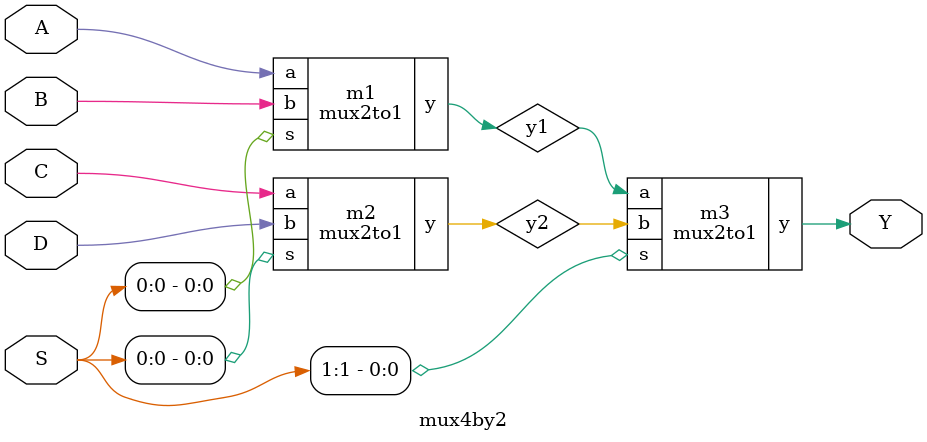
<source format=sv>

module mux2to1(input a,b,s,
				output reg y);

	always@*
	begin
          if(!s)
            y <= a;
          else
            y <= b; 
	end
endmodule

module mux4by2(input A,B,C,D,
				input [1:0]S,
				output Y);
wire y1;
wire y2;

mux2to1 m1(A,B,S[0],y1);
mux2to1 m2(C,D,S[0],y2);
mux2to1 m3(y1,y2,S[1],Y);
endmodule 
</source>
